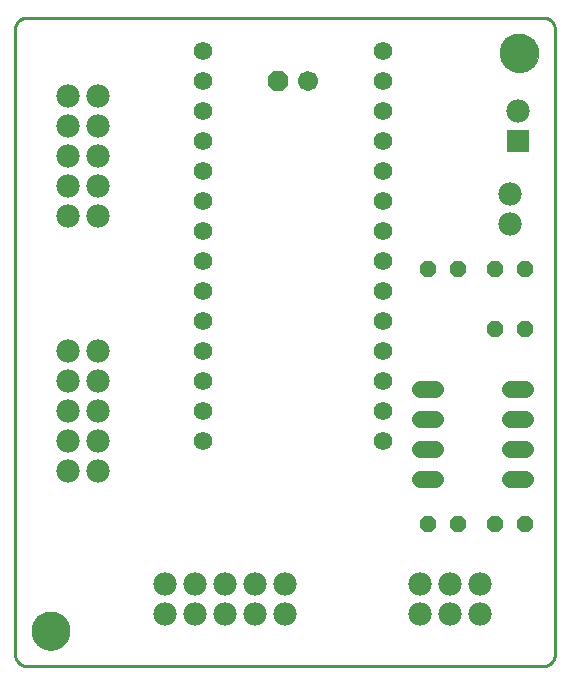
<source format=gbs>
G75*
%MOIN*%
%OFA0B0*%
%FSLAX25Y25*%
%IPPOS*%
%LPD*%
%AMOC8*
5,1,8,0,0,1.08239X$1,22.5*
%
%ADD10C,0.00000*%
%ADD11C,0.12998*%
%ADD12C,0.01000*%
%ADD13C,0.07800*%
%ADD14C,0.06200*%
%ADD15OC8,0.06700*%
%ADD16C,0.06700*%
%ADD17OC8,0.05600*%
%ADD18R,0.07800X0.07800*%
%ADD19C,0.05600*%
D10*
X0012712Y0019011D02*
X0012714Y0019169D01*
X0012720Y0019327D01*
X0012730Y0019485D01*
X0012744Y0019643D01*
X0012762Y0019800D01*
X0012783Y0019957D01*
X0012809Y0020113D01*
X0012839Y0020269D01*
X0012872Y0020424D01*
X0012910Y0020577D01*
X0012951Y0020730D01*
X0012996Y0020882D01*
X0013045Y0021033D01*
X0013098Y0021182D01*
X0013154Y0021330D01*
X0013214Y0021476D01*
X0013278Y0021621D01*
X0013346Y0021764D01*
X0013417Y0021906D01*
X0013491Y0022046D01*
X0013569Y0022183D01*
X0013651Y0022319D01*
X0013735Y0022453D01*
X0013824Y0022584D01*
X0013915Y0022713D01*
X0014010Y0022840D01*
X0014107Y0022965D01*
X0014208Y0023087D01*
X0014312Y0023206D01*
X0014419Y0023323D01*
X0014529Y0023437D01*
X0014642Y0023548D01*
X0014757Y0023657D01*
X0014875Y0023762D01*
X0014996Y0023864D01*
X0015119Y0023964D01*
X0015245Y0024060D01*
X0015373Y0024153D01*
X0015503Y0024243D01*
X0015636Y0024329D01*
X0015771Y0024413D01*
X0015907Y0024492D01*
X0016046Y0024569D01*
X0016187Y0024641D01*
X0016329Y0024711D01*
X0016473Y0024776D01*
X0016619Y0024838D01*
X0016766Y0024896D01*
X0016915Y0024951D01*
X0017065Y0025002D01*
X0017216Y0025049D01*
X0017368Y0025092D01*
X0017521Y0025131D01*
X0017676Y0025167D01*
X0017831Y0025198D01*
X0017987Y0025226D01*
X0018143Y0025250D01*
X0018300Y0025270D01*
X0018458Y0025286D01*
X0018615Y0025298D01*
X0018774Y0025306D01*
X0018932Y0025310D01*
X0019090Y0025310D01*
X0019248Y0025306D01*
X0019407Y0025298D01*
X0019564Y0025286D01*
X0019722Y0025270D01*
X0019879Y0025250D01*
X0020035Y0025226D01*
X0020191Y0025198D01*
X0020346Y0025167D01*
X0020501Y0025131D01*
X0020654Y0025092D01*
X0020806Y0025049D01*
X0020957Y0025002D01*
X0021107Y0024951D01*
X0021256Y0024896D01*
X0021403Y0024838D01*
X0021549Y0024776D01*
X0021693Y0024711D01*
X0021835Y0024641D01*
X0021976Y0024569D01*
X0022115Y0024492D01*
X0022251Y0024413D01*
X0022386Y0024329D01*
X0022519Y0024243D01*
X0022649Y0024153D01*
X0022777Y0024060D01*
X0022903Y0023964D01*
X0023026Y0023864D01*
X0023147Y0023762D01*
X0023265Y0023657D01*
X0023380Y0023548D01*
X0023493Y0023437D01*
X0023603Y0023323D01*
X0023710Y0023206D01*
X0023814Y0023087D01*
X0023915Y0022965D01*
X0024012Y0022840D01*
X0024107Y0022713D01*
X0024198Y0022584D01*
X0024287Y0022453D01*
X0024371Y0022319D01*
X0024453Y0022183D01*
X0024531Y0022046D01*
X0024605Y0021906D01*
X0024676Y0021764D01*
X0024744Y0021621D01*
X0024808Y0021476D01*
X0024868Y0021330D01*
X0024924Y0021182D01*
X0024977Y0021033D01*
X0025026Y0020882D01*
X0025071Y0020730D01*
X0025112Y0020577D01*
X0025150Y0020424D01*
X0025183Y0020269D01*
X0025213Y0020113D01*
X0025239Y0019957D01*
X0025260Y0019800D01*
X0025278Y0019643D01*
X0025292Y0019485D01*
X0025302Y0019327D01*
X0025308Y0019169D01*
X0025310Y0019011D01*
X0025308Y0018853D01*
X0025302Y0018695D01*
X0025292Y0018537D01*
X0025278Y0018379D01*
X0025260Y0018222D01*
X0025239Y0018065D01*
X0025213Y0017909D01*
X0025183Y0017753D01*
X0025150Y0017598D01*
X0025112Y0017445D01*
X0025071Y0017292D01*
X0025026Y0017140D01*
X0024977Y0016989D01*
X0024924Y0016840D01*
X0024868Y0016692D01*
X0024808Y0016546D01*
X0024744Y0016401D01*
X0024676Y0016258D01*
X0024605Y0016116D01*
X0024531Y0015976D01*
X0024453Y0015839D01*
X0024371Y0015703D01*
X0024287Y0015569D01*
X0024198Y0015438D01*
X0024107Y0015309D01*
X0024012Y0015182D01*
X0023915Y0015057D01*
X0023814Y0014935D01*
X0023710Y0014816D01*
X0023603Y0014699D01*
X0023493Y0014585D01*
X0023380Y0014474D01*
X0023265Y0014365D01*
X0023147Y0014260D01*
X0023026Y0014158D01*
X0022903Y0014058D01*
X0022777Y0013962D01*
X0022649Y0013869D01*
X0022519Y0013779D01*
X0022386Y0013693D01*
X0022251Y0013609D01*
X0022115Y0013530D01*
X0021976Y0013453D01*
X0021835Y0013381D01*
X0021693Y0013311D01*
X0021549Y0013246D01*
X0021403Y0013184D01*
X0021256Y0013126D01*
X0021107Y0013071D01*
X0020957Y0013020D01*
X0020806Y0012973D01*
X0020654Y0012930D01*
X0020501Y0012891D01*
X0020346Y0012855D01*
X0020191Y0012824D01*
X0020035Y0012796D01*
X0019879Y0012772D01*
X0019722Y0012752D01*
X0019564Y0012736D01*
X0019407Y0012724D01*
X0019248Y0012716D01*
X0019090Y0012712D01*
X0018932Y0012712D01*
X0018774Y0012716D01*
X0018615Y0012724D01*
X0018458Y0012736D01*
X0018300Y0012752D01*
X0018143Y0012772D01*
X0017987Y0012796D01*
X0017831Y0012824D01*
X0017676Y0012855D01*
X0017521Y0012891D01*
X0017368Y0012930D01*
X0017216Y0012973D01*
X0017065Y0013020D01*
X0016915Y0013071D01*
X0016766Y0013126D01*
X0016619Y0013184D01*
X0016473Y0013246D01*
X0016329Y0013311D01*
X0016187Y0013381D01*
X0016046Y0013453D01*
X0015907Y0013530D01*
X0015771Y0013609D01*
X0015636Y0013693D01*
X0015503Y0013779D01*
X0015373Y0013869D01*
X0015245Y0013962D01*
X0015119Y0014058D01*
X0014996Y0014158D01*
X0014875Y0014260D01*
X0014757Y0014365D01*
X0014642Y0014474D01*
X0014529Y0014585D01*
X0014419Y0014699D01*
X0014312Y0014816D01*
X0014208Y0014935D01*
X0014107Y0015057D01*
X0014010Y0015182D01*
X0013915Y0015309D01*
X0013824Y0015438D01*
X0013735Y0015569D01*
X0013651Y0015703D01*
X0013569Y0015839D01*
X0013491Y0015976D01*
X0013417Y0016116D01*
X0013346Y0016258D01*
X0013278Y0016401D01*
X0013214Y0016546D01*
X0013154Y0016692D01*
X0013098Y0016840D01*
X0013045Y0016989D01*
X0012996Y0017140D01*
X0012951Y0017292D01*
X0012910Y0017445D01*
X0012872Y0017598D01*
X0012839Y0017753D01*
X0012809Y0017909D01*
X0012783Y0018065D01*
X0012762Y0018222D01*
X0012744Y0018379D01*
X0012730Y0018537D01*
X0012720Y0018695D01*
X0012714Y0018853D01*
X0012712Y0019011D01*
X0169011Y0211590D02*
X0169013Y0211748D01*
X0169019Y0211906D01*
X0169029Y0212064D01*
X0169043Y0212222D01*
X0169061Y0212379D01*
X0169082Y0212536D01*
X0169108Y0212692D01*
X0169138Y0212848D01*
X0169171Y0213003D01*
X0169209Y0213156D01*
X0169250Y0213309D01*
X0169295Y0213461D01*
X0169344Y0213612D01*
X0169397Y0213761D01*
X0169453Y0213909D01*
X0169513Y0214055D01*
X0169577Y0214200D01*
X0169645Y0214343D01*
X0169716Y0214485D01*
X0169790Y0214625D01*
X0169868Y0214762D01*
X0169950Y0214898D01*
X0170034Y0215032D01*
X0170123Y0215163D01*
X0170214Y0215292D01*
X0170309Y0215419D01*
X0170406Y0215544D01*
X0170507Y0215666D01*
X0170611Y0215785D01*
X0170718Y0215902D01*
X0170828Y0216016D01*
X0170941Y0216127D01*
X0171056Y0216236D01*
X0171174Y0216341D01*
X0171295Y0216443D01*
X0171418Y0216543D01*
X0171544Y0216639D01*
X0171672Y0216732D01*
X0171802Y0216822D01*
X0171935Y0216908D01*
X0172070Y0216992D01*
X0172206Y0217071D01*
X0172345Y0217148D01*
X0172486Y0217220D01*
X0172628Y0217290D01*
X0172772Y0217355D01*
X0172918Y0217417D01*
X0173065Y0217475D01*
X0173214Y0217530D01*
X0173364Y0217581D01*
X0173515Y0217628D01*
X0173667Y0217671D01*
X0173820Y0217710D01*
X0173975Y0217746D01*
X0174130Y0217777D01*
X0174286Y0217805D01*
X0174442Y0217829D01*
X0174599Y0217849D01*
X0174757Y0217865D01*
X0174914Y0217877D01*
X0175073Y0217885D01*
X0175231Y0217889D01*
X0175389Y0217889D01*
X0175547Y0217885D01*
X0175706Y0217877D01*
X0175863Y0217865D01*
X0176021Y0217849D01*
X0176178Y0217829D01*
X0176334Y0217805D01*
X0176490Y0217777D01*
X0176645Y0217746D01*
X0176800Y0217710D01*
X0176953Y0217671D01*
X0177105Y0217628D01*
X0177256Y0217581D01*
X0177406Y0217530D01*
X0177555Y0217475D01*
X0177702Y0217417D01*
X0177848Y0217355D01*
X0177992Y0217290D01*
X0178134Y0217220D01*
X0178275Y0217148D01*
X0178414Y0217071D01*
X0178550Y0216992D01*
X0178685Y0216908D01*
X0178818Y0216822D01*
X0178948Y0216732D01*
X0179076Y0216639D01*
X0179202Y0216543D01*
X0179325Y0216443D01*
X0179446Y0216341D01*
X0179564Y0216236D01*
X0179679Y0216127D01*
X0179792Y0216016D01*
X0179902Y0215902D01*
X0180009Y0215785D01*
X0180113Y0215666D01*
X0180214Y0215544D01*
X0180311Y0215419D01*
X0180406Y0215292D01*
X0180497Y0215163D01*
X0180586Y0215032D01*
X0180670Y0214898D01*
X0180752Y0214762D01*
X0180830Y0214625D01*
X0180904Y0214485D01*
X0180975Y0214343D01*
X0181043Y0214200D01*
X0181107Y0214055D01*
X0181167Y0213909D01*
X0181223Y0213761D01*
X0181276Y0213612D01*
X0181325Y0213461D01*
X0181370Y0213309D01*
X0181411Y0213156D01*
X0181449Y0213003D01*
X0181482Y0212848D01*
X0181512Y0212692D01*
X0181538Y0212536D01*
X0181559Y0212379D01*
X0181577Y0212222D01*
X0181591Y0212064D01*
X0181601Y0211906D01*
X0181607Y0211748D01*
X0181609Y0211590D01*
X0181607Y0211432D01*
X0181601Y0211274D01*
X0181591Y0211116D01*
X0181577Y0210958D01*
X0181559Y0210801D01*
X0181538Y0210644D01*
X0181512Y0210488D01*
X0181482Y0210332D01*
X0181449Y0210177D01*
X0181411Y0210024D01*
X0181370Y0209871D01*
X0181325Y0209719D01*
X0181276Y0209568D01*
X0181223Y0209419D01*
X0181167Y0209271D01*
X0181107Y0209125D01*
X0181043Y0208980D01*
X0180975Y0208837D01*
X0180904Y0208695D01*
X0180830Y0208555D01*
X0180752Y0208418D01*
X0180670Y0208282D01*
X0180586Y0208148D01*
X0180497Y0208017D01*
X0180406Y0207888D01*
X0180311Y0207761D01*
X0180214Y0207636D01*
X0180113Y0207514D01*
X0180009Y0207395D01*
X0179902Y0207278D01*
X0179792Y0207164D01*
X0179679Y0207053D01*
X0179564Y0206944D01*
X0179446Y0206839D01*
X0179325Y0206737D01*
X0179202Y0206637D01*
X0179076Y0206541D01*
X0178948Y0206448D01*
X0178818Y0206358D01*
X0178685Y0206272D01*
X0178550Y0206188D01*
X0178414Y0206109D01*
X0178275Y0206032D01*
X0178134Y0205960D01*
X0177992Y0205890D01*
X0177848Y0205825D01*
X0177702Y0205763D01*
X0177555Y0205705D01*
X0177406Y0205650D01*
X0177256Y0205599D01*
X0177105Y0205552D01*
X0176953Y0205509D01*
X0176800Y0205470D01*
X0176645Y0205434D01*
X0176490Y0205403D01*
X0176334Y0205375D01*
X0176178Y0205351D01*
X0176021Y0205331D01*
X0175863Y0205315D01*
X0175706Y0205303D01*
X0175547Y0205295D01*
X0175389Y0205291D01*
X0175231Y0205291D01*
X0175073Y0205295D01*
X0174914Y0205303D01*
X0174757Y0205315D01*
X0174599Y0205331D01*
X0174442Y0205351D01*
X0174286Y0205375D01*
X0174130Y0205403D01*
X0173975Y0205434D01*
X0173820Y0205470D01*
X0173667Y0205509D01*
X0173515Y0205552D01*
X0173364Y0205599D01*
X0173214Y0205650D01*
X0173065Y0205705D01*
X0172918Y0205763D01*
X0172772Y0205825D01*
X0172628Y0205890D01*
X0172486Y0205960D01*
X0172345Y0206032D01*
X0172206Y0206109D01*
X0172070Y0206188D01*
X0171935Y0206272D01*
X0171802Y0206358D01*
X0171672Y0206448D01*
X0171544Y0206541D01*
X0171418Y0206637D01*
X0171295Y0206737D01*
X0171174Y0206839D01*
X0171056Y0206944D01*
X0170941Y0207053D01*
X0170828Y0207164D01*
X0170718Y0207278D01*
X0170611Y0207395D01*
X0170507Y0207514D01*
X0170406Y0207636D01*
X0170309Y0207761D01*
X0170214Y0207888D01*
X0170123Y0208017D01*
X0170034Y0208148D01*
X0169950Y0208282D01*
X0169868Y0208418D01*
X0169790Y0208555D01*
X0169716Y0208695D01*
X0169645Y0208837D01*
X0169577Y0208980D01*
X0169513Y0209125D01*
X0169453Y0209271D01*
X0169397Y0209419D01*
X0169344Y0209568D01*
X0169295Y0209719D01*
X0169250Y0209871D01*
X0169209Y0210024D01*
X0169171Y0210177D01*
X0169138Y0210332D01*
X0169108Y0210488D01*
X0169082Y0210644D01*
X0169061Y0210801D01*
X0169043Y0210958D01*
X0169029Y0211116D01*
X0169019Y0211274D01*
X0169013Y0211432D01*
X0169011Y0211590D01*
D11*
X0175310Y0211590D03*
X0019011Y0019011D03*
D12*
X0007200Y0011137D02*
X0007200Y0219464D01*
X0007202Y0219588D01*
X0007208Y0219711D01*
X0007217Y0219835D01*
X0007231Y0219957D01*
X0007248Y0220080D01*
X0007270Y0220202D01*
X0007295Y0220323D01*
X0007324Y0220443D01*
X0007356Y0220562D01*
X0007393Y0220681D01*
X0007433Y0220798D01*
X0007476Y0220913D01*
X0007524Y0221028D01*
X0007575Y0221140D01*
X0007629Y0221251D01*
X0007687Y0221361D01*
X0007748Y0221468D01*
X0007813Y0221574D01*
X0007881Y0221677D01*
X0007952Y0221778D01*
X0008026Y0221877D01*
X0008103Y0221974D01*
X0008184Y0222068D01*
X0008267Y0222159D01*
X0008353Y0222248D01*
X0008442Y0222334D01*
X0008533Y0222417D01*
X0008627Y0222498D01*
X0008724Y0222575D01*
X0008823Y0222649D01*
X0008924Y0222720D01*
X0009027Y0222788D01*
X0009133Y0222853D01*
X0009240Y0222914D01*
X0009350Y0222972D01*
X0009461Y0223026D01*
X0009573Y0223077D01*
X0009688Y0223125D01*
X0009803Y0223168D01*
X0009920Y0223208D01*
X0010039Y0223245D01*
X0010158Y0223277D01*
X0010278Y0223306D01*
X0010399Y0223331D01*
X0010521Y0223353D01*
X0010644Y0223370D01*
X0010766Y0223384D01*
X0010890Y0223393D01*
X0011013Y0223399D01*
X0011137Y0223401D01*
X0183184Y0223401D01*
X0183308Y0223399D01*
X0183431Y0223393D01*
X0183555Y0223384D01*
X0183677Y0223370D01*
X0183800Y0223353D01*
X0183922Y0223331D01*
X0184043Y0223306D01*
X0184163Y0223277D01*
X0184282Y0223245D01*
X0184401Y0223208D01*
X0184518Y0223168D01*
X0184633Y0223125D01*
X0184748Y0223077D01*
X0184860Y0223026D01*
X0184971Y0222972D01*
X0185081Y0222914D01*
X0185188Y0222853D01*
X0185294Y0222788D01*
X0185397Y0222720D01*
X0185498Y0222649D01*
X0185597Y0222575D01*
X0185694Y0222498D01*
X0185788Y0222417D01*
X0185879Y0222334D01*
X0185968Y0222248D01*
X0186054Y0222159D01*
X0186137Y0222068D01*
X0186218Y0221974D01*
X0186295Y0221877D01*
X0186369Y0221778D01*
X0186440Y0221677D01*
X0186508Y0221574D01*
X0186573Y0221468D01*
X0186634Y0221361D01*
X0186692Y0221251D01*
X0186746Y0221140D01*
X0186797Y0221028D01*
X0186845Y0220913D01*
X0186888Y0220798D01*
X0186928Y0220681D01*
X0186965Y0220562D01*
X0186997Y0220443D01*
X0187026Y0220323D01*
X0187051Y0220202D01*
X0187073Y0220080D01*
X0187090Y0219957D01*
X0187104Y0219835D01*
X0187113Y0219711D01*
X0187119Y0219588D01*
X0187121Y0219464D01*
X0187121Y0011137D01*
X0187119Y0011013D01*
X0187113Y0010890D01*
X0187104Y0010766D01*
X0187090Y0010644D01*
X0187073Y0010521D01*
X0187051Y0010399D01*
X0187026Y0010278D01*
X0186997Y0010158D01*
X0186965Y0010039D01*
X0186928Y0009920D01*
X0186888Y0009803D01*
X0186845Y0009688D01*
X0186797Y0009573D01*
X0186746Y0009461D01*
X0186692Y0009350D01*
X0186634Y0009240D01*
X0186573Y0009133D01*
X0186508Y0009027D01*
X0186440Y0008924D01*
X0186369Y0008823D01*
X0186295Y0008724D01*
X0186218Y0008627D01*
X0186137Y0008533D01*
X0186054Y0008442D01*
X0185968Y0008353D01*
X0185879Y0008267D01*
X0185788Y0008184D01*
X0185694Y0008103D01*
X0185597Y0008026D01*
X0185498Y0007952D01*
X0185397Y0007881D01*
X0185294Y0007813D01*
X0185188Y0007748D01*
X0185081Y0007687D01*
X0184971Y0007629D01*
X0184860Y0007575D01*
X0184748Y0007524D01*
X0184633Y0007476D01*
X0184518Y0007433D01*
X0184401Y0007393D01*
X0184282Y0007356D01*
X0184163Y0007324D01*
X0184043Y0007295D01*
X0183922Y0007270D01*
X0183800Y0007248D01*
X0183677Y0007231D01*
X0183555Y0007217D01*
X0183431Y0007208D01*
X0183308Y0007202D01*
X0183184Y0007200D01*
X0011137Y0007200D01*
X0011013Y0007202D01*
X0010890Y0007208D01*
X0010766Y0007217D01*
X0010644Y0007231D01*
X0010521Y0007248D01*
X0010399Y0007270D01*
X0010278Y0007295D01*
X0010158Y0007324D01*
X0010039Y0007356D01*
X0009920Y0007393D01*
X0009803Y0007433D01*
X0009688Y0007476D01*
X0009573Y0007524D01*
X0009461Y0007575D01*
X0009350Y0007629D01*
X0009240Y0007687D01*
X0009133Y0007748D01*
X0009027Y0007813D01*
X0008924Y0007881D01*
X0008823Y0007952D01*
X0008724Y0008026D01*
X0008627Y0008103D01*
X0008533Y0008184D01*
X0008442Y0008267D01*
X0008353Y0008353D01*
X0008267Y0008442D01*
X0008184Y0008533D01*
X0008103Y0008627D01*
X0008026Y0008724D01*
X0007952Y0008823D01*
X0007881Y0008924D01*
X0007813Y0009027D01*
X0007748Y0009133D01*
X0007687Y0009240D01*
X0007629Y0009350D01*
X0007575Y0009461D01*
X0007524Y0009573D01*
X0007476Y0009688D01*
X0007433Y0009803D01*
X0007393Y0009920D01*
X0007356Y0010039D01*
X0007324Y0010158D01*
X0007295Y0010278D01*
X0007270Y0010399D01*
X0007248Y0010521D01*
X0007231Y0010644D01*
X0007217Y0010766D01*
X0007208Y0010890D01*
X0007202Y0011013D01*
X0007200Y0011137D01*
D13*
X0057200Y0024700D03*
X0057200Y0034700D03*
X0067200Y0034700D03*
X0067200Y0024700D03*
X0077200Y0024700D03*
X0077200Y0034700D03*
X0087200Y0034700D03*
X0087200Y0024700D03*
X0097200Y0024700D03*
X0097200Y0034700D03*
X0142200Y0034700D03*
X0142200Y0024700D03*
X0152200Y0024700D03*
X0152200Y0034700D03*
X0162200Y0034700D03*
X0162200Y0024700D03*
X0172200Y0154700D03*
X0172200Y0164700D03*
X0174700Y0192200D03*
X0034700Y0187200D03*
X0034700Y0177200D03*
X0034700Y0167200D03*
X0034700Y0157200D03*
X0024700Y0157200D03*
X0024700Y0167200D03*
X0024700Y0177200D03*
X0024700Y0187200D03*
X0024700Y0197200D03*
X0034700Y0197200D03*
X0034700Y0112200D03*
X0034700Y0102200D03*
X0034700Y0092200D03*
X0034700Y0082200D03*
X0034700Y0072200D03*
X0024700Y0072200D03*
X0024700Y0082200D03*
X0024700Y0092200D03*
X0024700Y0102200D03*
X0024700Y0112200D03*
D14*
X0069700Y0112200D03*
X0069700Y0102200D03*
X0069700Y0092200D03*
X0069700Y0082200D03*
X0069700Y0122200D03*
X0069700Y0132200D03*
X0069700Y0142200D03*
X0069700Y0152200D03*
X0069700Y0162200D03*
X0069700Y0172200D03*
X0069700Y0182200D03*
X0069700Y0192200D03*
X0069700Y0202200D03*
X0069700Y0212200D03*
X0129700Y0212200D03*
X0129700Y0202200D03*
X0129700Y0192200D03*
X0129700Y0182200D03*
X0129700Y0172200D03*
X0129700Y0162200D03*
X0129700Y0152200D03*
X0129700Y0142200D03*
X0129700Y0132200D03*
X0129700Y0122200D03*
X0129700Y0112200D03*
X0129700Y0102200D03*
X0129700Y0092200D03*
X0129700Y0082200D03*
D15*
X0094700Y0202200D03*
D16*
X0104700Y0202200D03*
D17*
X0144700Y0139700D03*
X0154700Y0139700D03*
X0167200Y0139700D03*
X0177200Y0139700D03*
X0177200Y0119700D03*
X0167200Y0119700D03*
X0167200Y0054700D03*
X0177200Y0054700D03*
X0154700Y0054700D03*
X0144700Y0054700D03*
D18*
X0174700Y0182200D03*
D19*
X0177300Y0099700D02*
X0172100Y0099700D01*
X0172100Y0089700D02*
X0177300Y0089700D01*
X0177300Y0079700D02*
X0172100Y0079700D01*
X0172100Y0069700D02*
X0177300Y0069700D01*
X0147300Y0069700D02*
X0142100Y0069700D01*
X0142100Y0079700D02*
X0147300Y0079700D01*
X0147300Y0089700D02*
X0142100Y0089700D01*
X0142100Y0099700D02*
X0147300Y0099700D01*
M02*

</source>
